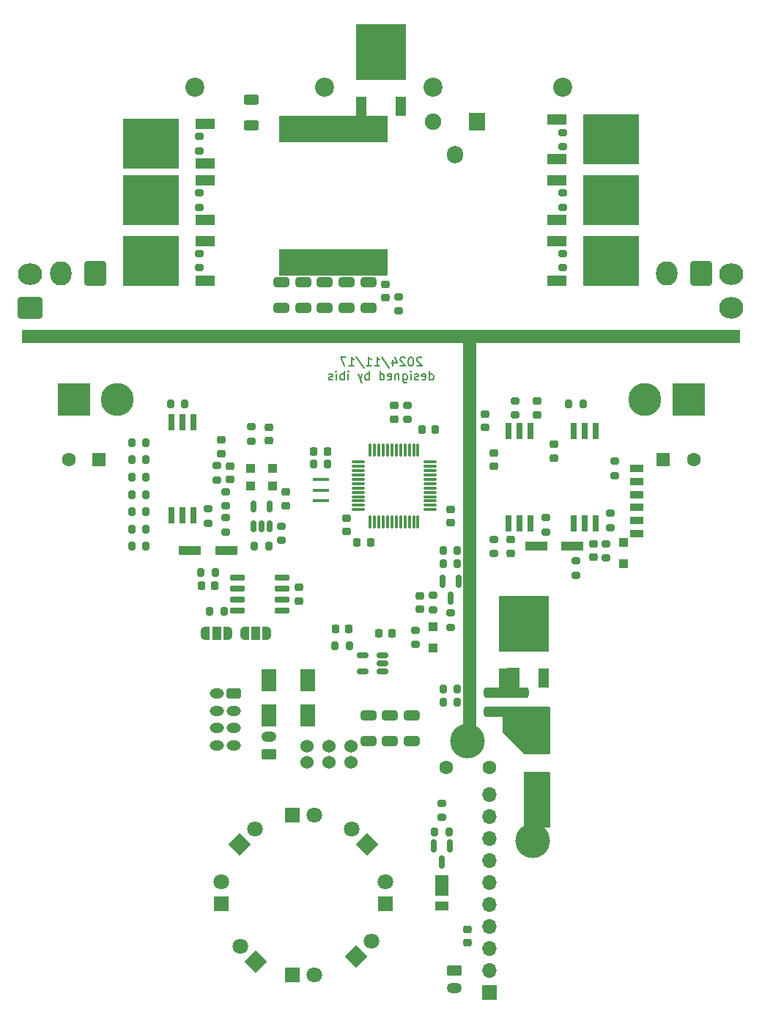
<source format=gbr>
%TF.GenerationSoftware,KiCad,Pcbnew,8.0.6*%
%TF.CreationDate,2024-11-17T22:54:01+09:00*%
%TF.ProjectId,ORION_boost_v5,4f52494f-4e5f-4626-9f6f-73745f76352e,rev?*%
%TF.SameCoordinates,Original*%
%TF.FileFunction,Soldermask,Bot*%
%TF.FilePolarity,Negative*%
%FSLAX46Y46*%
G04 Gerber Fmt 4.6, Leading zero omitted, Abs format (unit mm)*
G04 Created by KiCad (PCBNEW 8.0.6) date 2024-11-17 22:54:01*
%MOMM*%
%LPD*%
G01*
G04 APERTURE LIST*
G04 Aperture macros list*
%AMRoundRect*
0 Rectangle with rounded corners*
0 $1 Rounding radius*
0 $2 $3 $4 $5 $6 $7 $8 $9 X,Y pos of 4 corners*
0 Add a 4 corners polygon primitive as box body*
4,1,4,$2,$3,$4,$5,$6,$7,$8,$9,$2,$3,0*
0 Add four circle primitives for the rounded corners*
1,1,$1+$1,$2,$3*
1,1,$1+$1,$4,$5*
1,1,$1+$1,$6,$7*
1,1,$1+$1,$8,$9*
0 Add four rect primitives between the rounded corners*
20,1,$1+$1,$2,$3,$4,$5,0*
20,1,$1+$1,$4,$5,$6,$7,0*
20,1,$1+$1,$6,$7,$8,$9,0*
20,1,$1+$1,$8,$9,$2,$3,0*%
%AMRotRect*
0 Rectangle, with rotation*
0 The origin of the aperture is its center*
0 $1 length*
0 $2 width*
0 $3 Rotation angle, in degrees counterclockwise*
0 Add horizontal line*
21,1,$1,$2,0,0,$3*%
%AMFreePoly0*
4,1,19,0.550000,-0.750000,0.000000,-0.750000,0.000000,-0.744911,-0.071157,-0.744911,-0.207708,-0.704816,-0.327430,-0.627875,-0.420627,-0.520320,-0.479746,-0.390866,-0.500000,-0.250000,-0.500000,0.250000,-0.479746,0.390866,-0.420627,0.520320,-0.327430,0.627875,-0.207708,0.704816,-0.071157,0.744911,0.000000,0.744911,0.000000,0.750000,0.550000,0.750000,0.550000,-0.750000,0.550000,-0.750000,
$1*%
%AMFreePoly1*
4,1,19,0.000000,0.744911,0.071157,0.744911,0.207708,0.704816,0.327430,0.627875,0.420627,0.520320,0.479746,0.390866,0.500000,0.250000,0.500000,-0.250000,0.479746,-0.390866,0.420627,-0.520320,0.327430,-0.627875,0.207708,-0.704816,0.071157,-0.744911,0.000000,-0.744911,0.000000,-0.750000,-0.550000,-0.750000,-0.550000,0.750000,0.000000,0.750000,0.000000,0.744911,0.000000,0.744911,
$1*%
G04 Aperture macros list end*
%ADD10C,0.150000*%
%ADD11O,2.800000X2.460000*%
%ADD12R,3.800000X3.800000*%
%ADD13C,3.800000*%
%ADD14RoundRect,0.250000X0.625000X-0.350000X0.625000X0.350000X-0.625000X0.350000X-0.625000X-0.350000X0*%
%ADD15O,1.750000X1.200000*%
%ADD16C,1.524000*%
%ADD17C,1.600000*%
%ADD18RoundRect,0.250000X-0.575000X0.350000X-0.575000X-0.350000X0.575000X-0.350000X0.575000X0.350000X0*%
%ADD19O,1.650000X1.200000*%
%ADD20R,1.700000X1.700000*%
%ADD21O,1.700000X1.700000*%
%ADD22RoundRect,0.500000X-0.500000X2.000000X-0.500000X-2.000000X0.500000X-2.000000X0.500000X2.000000X0*%
%ADD23RoundRect,0.250000X1.150000X-0.980000X1.150000X0.980000X-1.150000X0.980000X-1.150000X-0.980000X0*%
%ADD24C,4.000000*%
%ADD25RoundRect,0.225000X0.575000X-0.225000X0.575000X0.225000X-0.575000X0.225000X-0.575000X-0.225000X0*%
%ADD26R,1.600000X1.600000*%
%ADD27RoundRect,0.200000X-0.200000X-0.275000X0.200000X-0.275000X0.200000X0.275000X-0.200000X0.275000X0*%
%ADD28R,1.000000X1.000000*%
%ADD29RoundRect,0.250000X-0.625000X0.312500X-0.625000X-0.312500X0.625000X-0.312500X0.625000X0.312500X0*%
%ADD30R,2.580000X1.000000*%
%ADD31R,2.200000X1.200000*%
%ADD32R,6.400000X5.800000*%
%ADD33R,1.200000X1.200000*%
%ADD34R,1.000000X1.200000*%
%ADD35FreePoly0,0.000000*%
%ADD36R,1.000000X1.500000*%
%ADD37FreePoly1,0.000000*%
%ADD38RoundRect,0.200000X0.200000X0.275000X-0.200000X0.275000X-0.200000X-0.275000X0.200000X-0.275000X0*%
%ADD39RoundRect,0.225000X-0.225000X-0.250000X0.225000X-0.250000X0.225000X0.250000X-0.225000X0.250000X0*%
%ADD40RoundRect,0.200000X0.275000X-0.200000X0.275000X0.200000X-0.275000X0.200000X-0.275000X-0.200000X0*%
%ADD41RoundRect,0.150000X0.150000X-0.512500X0.150000X0.512500X-0.150000X0.512500X-0.150000X-0.512500X0*%
%ADD42RoundRect,0.200000X-0.275000X0.200000X-0.275000X-0.200000X0.275000X-0.200000X0.275000X0.200000X0*%
%ADD43RoundRect,0.225000X-0.250000X0.225000X-0.250000X-0.225000X0.250000X-0.225000X0.250000X0.225000X0*%
%ADD44RoundRect,0.250000X0.980000X1.150000X-0.980000X1.150000X-0.980000X-1.150000X0.980000X-1.150000X0*%
%ADD45O,2.460000X2.800000*%
%ADD46RotRect,1.800000X1.800000X45.000000*%
%ADD47C,1.800000*%
%ADD48RoundRect,0.250000X0.650000X-0.325000X0.650000X0.325000X-0.650000X0.325000X-0.650000X-0.325000X0*%
%ADD49RotRect,1.800000X1.800000X135.000000*%
%ADD50RoundRect,0.225000X0.225000X0.250000X-0.225000X0.250000X-0.225000X-0.250000X0.225000X-0.250000X0*%
%ADD51RoundRect,0.225000X0.250000X-0.225000X0.250000X0.225000X-0.250000X0.225000X-0.250000X-0.225000X0*%
%ADD52RoundRect,0.150000X0.512500X0.150000X-0.512500X0.150000X-0.512500X-0.150000X0.512500X-0.150000X0*%
%ADD53R,1.500000X2.400000*%
%ADD54R,1.500000X1.050000*%
%ADD55RoundRect,0.250000X-0.650000X0.325000X-0.650000X-0.325000X0.650000X-0.325000X0.650000X0.325000X0*%
%ADD56R,1.900000X0.400000*%
%ADD57C,2.200000*%
%ADD58R,0.640000X1.900000*%
%ADD59RoundRect,0.150000X0.725000X0.150000X-0.725000X0.150000X-0.725000X-0.150000X0.725000X-0.150000X0*%
%ADD60R,1.800000X1.800000*%
%ADD61RoundRect,0.150000X-0.150000X0.587500X-0.150000X-0.587500X0.150000X-0.587500X0.150000X0.587500X0*%
%ADD62R,1.200000X2.200000*%
%ADD63R,5.800000X6.400000*%
%ADD64R,1.800000X2.500000*%
%ADD65RoundRect,0.250000X2.350000X-0.325000X2.350000X0.325000X-2.350000X0.325000X-2.350000X-0.325000X0*%
%ADD66RoundRect,0.075000X-0.662500X-0.075000X0.662500X-0.075000X0.662500X0.075000X-0.662500X0.075000X0*%
%ADD67RoundRect,0.075000X-0.075000X-0.662500X0.075000X-0.662500X0.075000X0.662500X-0.075000X0.662500X0*%
%ADD68R,12.500000X3.150000*%
%ADD69C,1.905000*%
%ADD70O,1.905000X2.000000*%
%ADD71R,1.905000X2.000000*%
%ADD72RoundRect,0.250000X-0.625000X0.350000X-0.625000X-0.350000X0.625000X-0.350000X0.625000X0.350000X0*%
G04 APERTURE END LIST*
D10*
X129666666Y-84245085D02*
X129619047Y-84197466D01*
X129619047Y-84197466D02*
X129523809Y-84149847D01*
X129523809Y-84149847D02*
X129285714Y-84149847D01*
X129285714Y-84149847D02*
X129190476Y-84197466D01*
X129190476Y-84197466D02*
X129142857Y-84245085D01*
X129142857Y-84245085D02*
X129095238Y-84340323D01*
X129095238Y-84340323D02*
X129095238Y-84435561D01*
X129095238Y-84435561D02*
X129142857Y-84578418D01*
X129142857Y-84578418D02*
X129714285Y-85149847D01*
X129714285Y-85149847D02*
X129095238Y-85149847D01*
X128476190Y-84149847D02*
X128380952Y-84149847D01*
X128380952Y-84149847D02*
X128285714Y-84197466D01*
X128285714Y-84197466D02*
X128238095Y-84245085D01*
X128238095Y-84245085D02*
X128190476Y-84340323D01*
X128190476Y-84340323D02*
X128142857Y-84530799D01*
X128142857Y-84530799D02*
X128142857Y-84768894D01*
X128142857Y-84768894D02*
X128190476Y-84959370D01*
X128190476Y-84959370D02*
X128238095Y-85054608D01*
X128238095Y-85054608D02*
X128285714Y-85102228D01*
X128285714Y-85102228D02*
X128380952Y-85149847D01*
X128380952Y-85149847D02*
X128476190Y-85149847D01*
X128476190Y-85149847D02*
X128571428Y-85102228D01*
X128571428Y-85102228D02*
X128619047Y-85054608D01*
X128619047Y-85054608D02*
X128666666Y-84959370D01*
X128666666Y-84959370D02*
X128714285Y-84768894D01*
X128714285Y-84768894D02*
X128714285Y-84530799D01*
X128714285Y-84530799D02*
X128666666Y-84340323D01*
X128666666Y-84340323D02*
X128619047Y-84245085D01*
X128619047Y-84245085D02*
X128571428Y-84197466D01*
X128571428Y-84197466D02*
X128476190Y-84149847D01*
X127761904Y-84245085D02*
X127714285Y-84197466D01*
X127714285Y-84197466D02*
X127619047Y-84149847D01*
X127619047Y-84149847D02*
X127380952Y-84149847D01*
X127380952Y-84149847D02*
X127285714Y-84197466D01*
X127285714Y-84197466D02*
X127238095Y-84245085D01*
X127238095Y-84245085D02*
X127190476Y-84340323D01*
X127190476Y-84340323D02*
X127190476Y-84435561D01*
X127190476Y-84435561D02*
X127238095Y-84578418D01*
X127238095Y-84578418D02*
X127809523Y-85149847D01*
X127809523Y-85149847D02*
X127190476Y-85149847D01*
X126333333Y-84483180D02*
X126333333Y-85149847D01*
X126571428Y-84102228D02*
X126809523Y-84816513D01*
X126809523Y-84816513D02*
X126190476Y-84816513D01*
X125095238Y-84102228D02*
X125952380Y-85387942D01*
X124238095Y-85149847D02*
X124809523Y-85149847D01*
X124523809Y-85149847D02*
X124523809Y-84149847D01*
X124523809Y-84149847D02*
X124619047Y-84292704D01*
X124619047Y-84292704D02*
X124714285Y-84387942D01*
X124714285Y-84387942D02*
X124809523Y-84435561D01*
X123285714Y-85149847D02*
X123857142Y-85149847D01*
X123571428Y-85149847D02*
X123571428Y-84149847D01*
X123571428Y-84149847D02*
X123666666Y-84292704D01*
X123666666Y-84292704D02*
X123761904Y-84387942D01*
X123761904Y-84387942D02*
X123857142Y-84435561D01*
X122142857Y-84102228D02*
X122999999Y-85387942D01*
X121285714Y-85149847D02*
X121857142Y-85149847D01*
X121571428Y-85149847D02*
X121571428Y-84149847D01*
X121571428Y-84149847D02*
X121666666Y-84292704D01*
X121666666Y-84292704D02*
X121761904Y-84387942D01*
X121761904Y-84387942D02*
X121857142Y-84435561D01*
X120952380Y-84149847D02*
X120285714Y-84149847D01*
X120285714Y-84149847D02*
X120714285Y-85149847D01*
X130571428Y-86759791D02*
X130571428Y-85759791D01*
X130571428Y-86712172D02*
X130666666Y-86759791D01*
X130666666Y-86759791D02*
X130857142Y-86759791D01*
X130857142Y-86759791D02*
X130952380Y-86712172D01*
X130952380Y-86712172D02*
X130999999Y-86664552D01*
X130999999Y-86664552D02*
X131047618Y-86569314D01*
X131047618Y-86569314D02*
X131047618Y-86283600D01*
X131047618Y-86283600D02*
X130999999Y-86188362D01*
X130999999Y-86188362D02*
X130952380Y-86140743D01*
X130952380Y-86140743D02*
X130857142Y-86093124D01*
X130857142Y-86093124D02*
X130666666Y-86093124D01*
X130666666Y-86093124D02*
X130571428Y-86140743D01*
X129714285Y-86712172D02*
X129809523Y-86759791D01*
X129809523Y-86759791D02*
X129999999Y-86759791D01*
X129999999Y-86759791D02*
X130095237Y-86712172D01*
X130095237Y-86712172D02*
X130142856Y-86616933D01*
X130142856Y-86616933D02*
X130142856Y-86235981D01*
X130142856Y-86235981D02*
X130095237Y-86140743D01*
X130095237Y-86140743D02*
X129999999Y-86093124D01*
X129999999Y-86093124D02*
X129809523Y-86093124D01*
X129809523Y-86093124D02*
X129714285Y-86140743D01*
X129714285Y-86140743D02*
X129666666Y-86235981D01*
X129666666Y-86235981D02*
X129666666Y-86331219D01*
X129666666Y-86331219D02*
X130142856Y-86426457D01*
X129285713Y-86712172D02*
X129190475Y-86759791D01*
X129190475Y-86759791D02*
X128999999Y-86759791D01*
X128999999Y-86759791D02*
X128904761Y-86712172D01*
X128904761Y-86712172D02*
X128857142Y-86616933D01*
X128857142Y-86616933D02*
X128857142Y-86569314D01*
X128857142Y-86569314D02*
X128904761Y-86474076D01*
X128904761Y-86474076D02*
X128999999Y-86426457D01*
X128999999Y-86426457D02*
X129142856Y-86426457D01*
X129142856Y-86426457D02*
X129238094Y-86378838D01*
X129238094Y-86378838D02*
X129285713Y-86283600D01*
X129285713Y-86283600D02*
X129285713Y-86235981D01*
X129285713Y-86235981D02*
X129238094Y-86140743D01*
X129238094Y-86140743D02*
X129142856Y-86093124D01*
X129142856Y-86093124D02*
X128999999Y-86093124D01*
X128999999Y-86093124D02*
X128904761Y-86140743D01*
X128428570Y-86759791D02*
X128428570Y-86093124D01*
X128428570Y-85759791D02*
X128476189Y-85807410D01*
X128476189Y-85807410D02*
X128428570Y-85855029D01*
X128428570Y-85855029D02*
X128380951Y-85807410D01*
X128380951Y-85807410D02*
X128428570Y-85759791D01*
X128428570Y-85759791D02*
X128428570Y-85855029D01*
X127523809Y-86093124D02*
X127523809Y-86902648D01*
X127523809Y-86902648D02*
X127571428Y-86997886D01*
X127571428Y-86997886D02*
X127619047Y-87045505D01*
X127619047Y-87045505D02*
X127714285Y-87093124D01*
X127714285Y-87093124D02*
X127857142Y-87093124D01*
X127857142Y-87093124D02*
X127952380Y-87045505D01*
X127523809Y-86712172D02*
X127619047Y-86759791D01*
X127619047Y-86759791D02*
X127809523Y-86759791D01*
X127809523Y-86759791D02*
X127904761Y-86712172D01*
X127904761Y-86712172D02*
X127952380Y-86664552D01*
X127952380Y-86664552D02*
X127999999Y-86569314D01*
X127999999Y-86569314D02*
X127999999Y-86283600D01*
X127999999Y-86283600D02*
X127952380Y-86188362D01*
X127952380Y-86188362D02*
X127904761Y-86140743D01*
X127904761Y-86140743D02*
X127809523Y-86093124D01*
X127809523Y-86093124D02*
X127619047Y-86093124D01*
X127619047Y-86093124D02*
X127523809Y-86140743D01*
X127047618Y-86093124D02*
X127047618Y-86759791D01*
X127047618Y-86188362D02*
X126999999Y-86140743D01*
X126999999Y-86140743D02*
X126904761Y-86093124D01*
X126904761Y-86093124D02*
X126761904Y-86093124D01*
X126761904Y-86093124D02*
X126666666Y-86140743D01*
X126666666Y-86140743D02*
X126619047Y-86235981D01*
X126619047Y-86235981D02*
X126619047Y-86759791D01*
X125761904Y-86712172D02*
X125857142Y-86759791D01*
X125857142Y-86759791D02*
X126047618Y-86759791D01*
X126047618Y-86759791D02*
X126142856Y-86712172D01*
X126142856Y-86712172D02*
X126190475Y-86616933D01*
X126190475Y-86616933D02*
X126190475Y-86235981D01*
X126190475Y-86235981D02*
X126142856Y-86140743D01*
X126142856Y-86140743D02*
X126047618Y-86093124D01*
X126047618Y-86093124D02*
X125857142Y-86093124D01*
X125857142Y-86093124D02*
X125761904Y-86140743D01*
X125761904Y-86140743D02*
X125714285Y-86235981D01*
X125714285Y-86235981D02*
X125714285Y-86331219D01*
X125714285Y-86331219D02*
X126190475Y-86426457D01*
X124857142Y-86759791D02*
X124857142Y-85759791D01*
X124857142Y-86712172D02*
X124952380Y-86759791D01*
X124952380Y-86759791D02*
X125142856Y-86759791D01*
X125142856Y-86759791D02*
X125238094Y-86712172D01*
X125238094Y-86712172D02*
X125285713Y-86664552D01*
X125285713Y-86664552D02*
X125333332Y-86569314D01*
X125333332Y-86569314D02*
X125333332Y-86283600D01*
X125333332Y-86283600D02*
X125285713Y-86188362D01*
X125285713Y-86188362D02*
X125238094Y-86140743D01*
X125238094Y-86140743D02*
X125142856Y-86093124D01*
X125142856Y-86093124D02*
X124952380Y-86093124D01*
X124952380Y-86093124D02*
X124857142Y-86140743D01*
X123619046Y-86759791D02*
X123619046Y-85759791D01*
X123619046Y-86140743D02*
X123523808Y-86093124D01*
X123523808Y-86093124D02*
X123333332Y-86093124D01*
X123333332Y-86093124D02*
X123238094Y-86140743D01*
X123238094Y-86140743D02*
X123190475Y-86188362D01*
X123190475Y-86188362D02*
X123142856Y-86283600D01*
X123142856Y-86283600D02*
X123142856Y-86569314D01*
X123142856Y-86569314D02*
X123190475Y-86664552D01*
X123190475Y-86664552D02*
X123238094Y-86712172D01*
X123238094Y-86712172D02*
X123333332Y-86759791D01*
X123333332Y-86759791D02*
X123523808Y-86759791D01*
X123523808Y-86759791D02*
X123619046Y-86712172D01*
X122809522Y-86093124D02*
X122571427Y-86759791D01*
X122333332Y-86093124D02*
X122571427Y-86759791D01*
X122571427Y-86759791D02*
X122666665Y-86997886D01*
X122666665Y-86997886D02*
X122714284Y-87045505D01*
X122714284Y-87045505D02*
X122809522Y-87093124D01*
X121190474Y-86759791D02*
X121190474Y-86093124D01*
X121190474Y-85759791D02*
X121238093Y-85807410D01*
X121238093Y-85807410D02*
X121190474Y-85855029D01*
X121190474Y-85855029D02*
X121142855Y-85807410D01*
X121142855Y-85807410D02*
X121190474Y-85759791D01*
X121190474Y-85759791D02*
X121190474Y-85855029D01*
X120714284Y-86759791D02*
X120714284Y-85759791D01*
X120714284Y-86140743D02*
X120619046Y-86093124D01*
X120619046Y-86093124D02*
X120428570Y-86093124D01*
X120428570Y-86093124D02*
X120333332Y-86140743D01*
X120333332Y-86140743D02*
X120285713Y-86188362D01*
X120285713Y-86188362D02*
X120238094Y-86283600D01*
X120238094Y-86283600D02*
X120238094Y-86569314D01*
X120238094Y-86569314D02*
X120285713Y-86664552D01*
X120285713Y-86664552D02*
X120333332Y-86712172D01*
X120333332Y-86712172D02*
X120428570Y-86759791D01*
X120428570Y-86759791D02*
X120619046Y-86759791D01*
X120619046Y-86759791D02*
X120714284Y-86712172D01*
X119809522Y-86759791D02*
X119809522Y-86093124D01*
X119809522Y-85759791D02*
X119857141Y-85807410D01*
X119857141Y-85807410D02*
X119809522Y-85855029D01*
X119809522Y-85855029D02*
X119761903Y-85807410D01*
X119761903Y-85807410D02*
X119809522Y-85759791D01*
X119809522Y-85759791D02*
X119809522Y-85855029D01*
X119380951Y-86712172D02*
X119285713Y-86759791D01*
X119285713Y-86759791D02*
X119095237Y-86759791D01*
X119095237Y-86759791D02*
X118999999Y-86712172D01*
X118999999Y-86712172D02*
X118952380Y-86616933D01*
X118952380Y-86616933D02*
X118952380Y-86569314D01*
X118952380Y-86569314D02*
X118999999Y-86474076D01*
X118999999Y-86474076D02*
X119095237Y-86426457D01*
X119095237Y-86426457D02*
X119238094Y-86426457D01*
X119238094Y-86426457D02*
X119333332Y-86378838D01*
X119333332Y-86378838D02*
X119380951Y-86283600D01*
X119380951Y-86283600D02*
X119380951Y-86235981D01*
X119380951Y-86235981D02*
X119333332Y-86140743D01*
X119333332Y-86140743D02*
X119238094Y-86093124D01*
X119238094Y-86093124D02*
X119095237Y-86093124D01*
X119095237Y-86093124D02*
X118999999Y-86140743D01*
D11*
%TO.C,P5*%
X165450000Y-78480000D03*
X165450000Y-74520000D03*
%TD*%
D12*
%TO.C,P6*%
X89500000Y-89000000D03*
D13*
X94500000Y-89000000D03*
%TD*%
D14*
%TO.C,J7*%
X112000000Y-130000000D03*
D15*
X112000000Y-128000000D03*
%TD*%
D16*
%TO.C,J4*%
X121540000Y-130951000D03*
X119000000Y-130951000D03*
X116460000Y-130951000D03*
%TD*%
D17*
%TO.C,F2*%
X132500000Y-131500000D03*
X137500000Y-131500000D03*
%TD*%
D18*
%TO.C,J1*%
X108000000Y-123000000D03*
D19*
X106000000Y-123000000D03*
X108000000Y-125000000D03*
X106000000Y-125000000D03*
X108000000Y-127000000D03*
X106000000Y-127000000D03*
X108000000Y-129000000D03*
X106000000Y-129000000D03*
%TD*%
D20*
%TO.C,J2*%
X137500000Y-157500000D03*
D21*
X137500000Y-154960000D03*
X137500000Y-152420000D03*
X137500000Y-149880000D03*
X137500000Y-147340000D03*
X137500000Y-144800000D03*
X137500000Y-142260000D03*
X137500000Y-139720000D03*
X137500000Y-137180000D03*
X137500000Y-134640000D03*
%TD*%
D22*
%TO.C,F1*%
X142500000Y-127250000D03*
X142500000Y-134750000D03*
%TD*%
D23*
%TO.C,P4*%
X84450000Y-78480000D03*
D11*
X84450000Y-74520000D03*
%TD*%
D16*
%TO.C,J3*%
X116460000Y-129049000D03*
X119000000Y-129049000D03*
X121540000Y-129049000D03*
%TD*%
D12*
%TO.C,P7*%
X160500000Y-89000000D03*
D13*
X155500000Y-89000000D03*
%TD*%
D24*
%TO.C,J5*%
X142500000Y-140000000D03*
%TD*%
D25*
%TO.C,P1*%
X154500000Y-104500000D03*
X154500000Y-103000000D03*
X154500000Y-101500000D03*
X154500000Y-100000000D03*
X154500000Y-98500000D03*
X154500000Y-97000000D03*
%TD*%
D24*
%TO.C,J6*%
X135000000Y-128500000D03*
%TD*%
D26*
%TO.C,C20*%
X92402651Y-96000000D03*
D17*
X88902651Y-96000000D03*
%TD*%
D27*
%TO.C,R10*%
X104175000Y-109000000D03*
X105825000Y-109000000D03*
%TD*%
D28*
%TO.C,D17*%
X131000000Y-117750000D03*
X131000000Y-115250000D03*
%TD*%
D29*
%TO.C,R37*%
X110000000Y-54437500D03*
X110000000Y-57362500D03*
%TD*%
D30*
%TO.C,J9*%
X107085000Y-106500000D03*
X102915000Y-106500000D03*
%TD*%
D31*
%TO.C,Q1*%
X104700000Y-70720000D03*
D32*
X98400000Y-73000000D03*
D33*
X105200000Y-75280000D03*
D34*
X104106800Y-75280000D03*
%TD*%
D27*
%TO.C,R36*%
X132175000Y-124000000D03*
X133825000Y-124000000D03*
%TD*%
D35*
%TO.C,JP2*%
X109200000Y-116000000D03*
D36*
X110500000Y-116000000D03*
D37*
X111800000Y-116000000D03*
%TD*%
D38*
%TO.C,R3*%
X97825000Y-104000000D03*
X96175000Y-104000000D03*
%TD*%
D39*
%TO.C,C1*%
X117225000Y-95000000D03*
X118775000Y-95000000D03*
%TD*%
D26*
%TO.C,C33*%
X157597349Y-96000000D03*
D17*
X161097349Y-96000000D03*
%TD*%
D40*
%TO.C,R9*%
X138000000Y-106825000D03*
X138000000Y-105175000D03*
%TD*%
%TO.C,R12*%
X104977500Y-103325000D03*
X104977500Y-101675000D03*
%TD*%
D41*
%TO.C,GD1*%
X112125000Y-103637500D03*
X111175000Y-103637500D03*
X110225000Y-103637500D03*
X110225000Y-101362500D03*
X112125000Y-101362500D03*
%TD*%
D42*
%TO.C,R19*%
X107000000Y-99675000D03*
X107000000Y-101325000D03*
%TD*%
D38*
%TO.C,R4*%
X97825000Y-102000000D03*
X96175000Y-102000000D03*
%TD*%
%TO.C,R23*%
X112000000Y-106000000D03*
X110350000Y-106000000D03*
%TD*%
D43*
%TO.C,C6*%
X133000000Y-101725000D03*
X133000000Y-103275000D03*
%TD*%
D44*
%TO.C,P2*%
X91980000Y-74450000D03*
D45*
X88020000Y-74450000D03*
%TD*%
D46*
%TO.C,D8*%
X108598439Y-140401561D03*
D47*
X110394490Y-138605510D03*
%TD*%
D48*
%TO.C,C15*%
X123500000Y-128475000D03*
X123500000Y-125525000D03*
%TD*%
D40*
%TO.C,R14*%
X147500000Y-109325000D03*
X147500000Y-107675000D03*
%TD*%
D49*
%TO.C,D11*%
X123401561Y-140401561D03*
D47*
X121605510Y-138605510D03*
%TD*%
D43*
%TO.C,C7*%
X140000000Y-105225000D03*
X140000000Y-106775000D03*
%TD*%
D50*
%TO.C,C11*%
X126275000Y-116000000D03*
X124725000Y-116000000D03*
%TD*%
D31*
%TO.C,Q9*%
X145300000Y-61280000D03*
D32*
X151600000Y-59000000D03*
D31*
X145300000Y-56720000D03*
%TD*%
D42*
%TO.C,R11*%
X128000000Y-89675000D03*
X128000000Y-91325000D03*
%TD*%
D39*
%TO.C,C3*%
X129725000Y-92500000D03*
X131275000Y-92500000D03*
%TD*%
D27*
%TO.C,R28*%
X132175000Y-106500000D03*
X133825000Y-106500000D03*
%TD*%
D38*
%TO.C,R45*%
X118825000Y-96500000D03*
X117175000Y-96500000D03*
%TD*%
D42*
%TO.C,R39*%
X104000000Y-65175000D03*
X104000000Y-66825000D03*
%TD*%
%TO.C,R32*%
X133000000Y-113675000D03*
X133000000Y-115325000D03*
%TD*%
D51*
%TO.C,C32*%
X125500000Y-77275000D03*
X125500000Y-75725000D03*
%TD*%
D52*
%TO.C,U3*%
X125137500Y-118550000D03*
X125137500Y-119500000D03*
X125137500Y-120450000D03*
X122862500Y-120450000D03*
X122862500Y-118550000D03*
%TD*%
D53*
%TO.C,D6*%
X132000000Y-145150000D03*
D54*
X132000000Y-147525000D03*
%TD*%
D38*
%TO.C,R5*%
X97825000Y-100000000D03*
X96175000Y-100000000D03*
%TD*%
D42*
%TO.C,R30*%
X129000000Y-115675000D03*
X129000000Y-117325000D03*
%TD*%
%TO.C,R29*%
X146000000Y-72175000D03*
X146000000Y-73825000D03*
%TD*%
%TO.C,R25*%
X140500000Y-89175000D03*
X140500000Y-90825000D03*
%TD*%
D50*
%TO.C,C9*%
X105775000Y-110500000D03*
X104225000Y-110500000D03*
%TD*%
D55*
%TO.C,C25*%
X118500000Y-75525000D03*
X118500000Y-78475000D03*
%TD*%
D31*
%TO.C,Q6*%
X104700000Y-57220000D03*
D32*
X98400000Y-59500000D03*
D31*
X104700000Y-61780000D03*
%TD*%
D51*
%TO.C,C4*%
X121000000Y-104275000D03*
X121000000Y-102725000D03*
%TD*%
D31*
%TO.C,Q8*%
X104700000Y-63720000D03*
D32*
X98400000Y-66000000D03*
D31*
X104700000Y-68280000D03*
%TD*%
D51*
%TO.C,C13*%
X106500000Y-95275000D03*
X106500000Y-93725000D03*
%TD*%
D38*
%TO.C,R44*%
X97825000Y-94000000D03*
X96175000Y-94000000D03*
%TD*%
D56*
%TO.C,X1*%
X118000000Y-98300000D03*
X118000000Y-99500000D03*
X118000000Y-100700000D03*
%TD*%
D40*
%TO.C,R41*%
X132000000Y-137325000D03*
X132000000Y-135675000D03*
%TD*%
D57*
%TO.C,C27*%
X146000000Y-53000000D03*
X131000000Y-53000000D03*
%TD*%
D58*
%TO.C,PC2*%
X149770000Y-103370000D03*
X148500000Y-103370000D03*
X147230000Y-103370000D03*
X147230000Y-92630000D03*
X148500000Y-92630000D03*
X149770000Y-92630000D03*
%TD*%
D27*
%TO.C,R22*%
X146675000Y-89500000D03*
X148325000Y-89500000D03*
%TD*%
D51*
%TO.C,C21*%
X143000000Y-90775000D03*
X143000000Y-89225000D03*
%TD*%
%TO.C,C22*%
X137000000Y-92275000D03*
X137000000Y-90725000D03*
%TD*%
%TO.C,C10*%
X126500000Y-91275000D03*
X126500000Y-89725000D03*
%TD*%
D42*
%TO.C,R18*%
X107000000Y-102675000D03*
X107000000Y-104325000D03*
%TD*%
D59*
%TO.C,U2*%
X113575000Y-109595000D03*
X113575000Y-110865000D03*
X113575000Y-112135000D03*
X113575000Y-113405000D03*
X108425000Y-113405000D03*
X108425000Y-112135000D03*
X108425000Y-110865000D03*
X108425000Y-109595000D03*
%TD*%
D60*
%TO.C,D9*%
X106500000Y-147275000D03*
D47*
X106500000Y-144735000D03*
%TD*%
D51*
%TO.C,C8*%
X135000000Y-151775000D03*
X135000000Y-150225000D03*
%TD*%
D42*
%TO.C,R38*%
X110000000Y-92175000D03*
X110000000Y-93825000D03*
%TD*%
D61*
%TO.C,Q3*%
X132050000Y-110062500D03*
X133950000Y-110062500D03*
X133000000Y-111937500D03*
%TD*%
D62*
%TO.C,Q4*%
X143780000Y-121200000D03*
D63*
X141500000Y-114900000D03*
D62*
X139220000Y-121200000D03*
%TD*%
D43*
%TO.C,C19*%
X138000000Y-95225000D03*
X138000000Y-96775000D03*
%TD*%
D42*
%TO.C,R40*%
X146000000Y-58175000D03*
X146000000Y-59825000D03*
%TD*%
D64*
%TO.C,D16*%
X112000000Y-121500000D03*
X112000000Y-125500000D03*
%TD*%
D28*
%TO.C,D24*%
X112425000Y-97000000D03*
X109925000Y-97000000D03*
%TD*%
D38*
%TO.C,R8*%
X106825000Y-113500000D03*
X105175000Y-113500000D03*
%TD*%
D40*
%TO.C,R1*%
X152000000Y-97825000D03*
X152000000Y-96175000D03*
%TD*%
D43*
%TO.C,C14*%
X145000000Y-94225000D03*
X145000000Y-95775000D03*
%TD*%
D48*
%TO.C,C17*%
X126000000Y-128475000D03*
X126000000Y-125525000D03*
%TD*%
D65*
%TO.C,R26*%
X139500000Y-125125000D03*
X139500000Y-122875000D03*
%TD*%
D38*
%TO.C,R2*%
X97825000Y-106000000D03*
X96175000Y-106000000D03*
%TD*%
D60*
%TO.C,D14*%
X114725000Y-155500000D03*
D47*
X117265000Y-155500000D03*
%TD*%
D64*
%TO.C,D27*%
X116500000Y-121500000D03*
X116500000Y-125500000D03*
%TD*%
D55*
%TO.C,C24*%
X121000000Y-75525000D03*
X121000000Y-78475000D03*
%TD*%
D27*
%TO.C,R21*%
X100675000Y-89500000D03*
X102325000Y-89500000D03*
%TD*%
D58*
%TO.C,PC1*%
X103270000Y-102370000D03*
X102000000Y-102370000D03*
X100730000Y-102370000D03*
X100730000Y-91630000D03*
X102000000Y-91630000D03*
X103270000Y-91630000D03*
%TD*%
D40*
%TO.C,TH1*%
X127000000Y-78825000D03*
X127000000Y-77175000D03*
%TD*%
D55*
%TO.C,C26*%
X116000000Y-75525000D03*
X116000000Y-78475000D03*
%TD*%
D49*
%TO.C,D10*%
X110500000Y-154000000D03*
D47*
X108703949Y-152203949D03*
%TD*%
D66*
%TO.C,U1*%
X122337500Y-101750000D03*
X122337500Y-101250000D03*
X122337500Y-100750000D03*
X122337500Y-100250000D03*
X122337500Y-99750000D03*
X122337500Y-99250000D03*
X122337500Y-98750000D03*
X122337500Y-98250000D03*
X122337500Y-97750000D03*
X122337500Y-97250000D03*
X122337500Y-96750000D03*
X122337500Y-96250000D03*
D67*
X123750000Y-94837500D03*
X124250000Y-94837500D03*
X124750000Y-94837500D03*
X125250000Y-94837500D03*
X125750000Y-94837500D03*
X126250000Y-94837500D03*
X126750000Y-94837500D03*
X127250000Y-94837500D03*
X127750000Y-94837500D03*
X128250000Y-94837500D03*
X128750000Y-94837500D03*
X129250000Y-94837500D03*
D66*
X130662500Y-96250000D03*
X130662500Y-96750000D03*
X130662500Y-97250000D03*
X130662500Y-97750000D03*
X130662500Y-98250000D03*
X130662500Y-98750000D03*
X130662500Y-99250000D03*
X130662500Y-99750000D03*
X130662500Y-100250000D03*
X130662500Y-100750000D03*
X130662500Y-101250000D03*
X130662500Y-101750000D03*
D67*
X129250000Y-103162500D03*
X128750000Y-103162500D03*
X128250000Y-103162500D03*
X127750000Y-103162500D03*
X127250000Y-103162500D03*
X126750000Y-103162500D03*
X126250000Y-103162500D03*
X125750000Y-103162500D03*
X125250000Y-103162500D03*
X124750000Y-103162500D03*
X124250000Y-103162500D03*
X123750000Y-103162500D03*
%TD*%
D42*
%TO.C,R20*%
X106000000Y-96675000D03*
X106000000Y-98325000D03*
%TD*%
D68*
%TO.C,L1*%
X119500000Y-73175000D03*
X119500000Y-57825000D03*
%TD*%
D43*
%TO.C,C2*%
X115500000Y-110725000D03*
X115500000Y-112275000D03*
%TD*%
D27*
%TO.C,R35*%
X132175000Y-122500000D03*
X133825000Y-122500000D03*
%TD*%
D42*
%TO.C,R43*%
X131000000Y-111675000D03*
X131000000Y-113325000D03*
%TD*%
D69*
%TO.C,Q5*%
X130960000Y-56907500D03*
D70*
X133500000Y-60717500D03*
D71*
X136040000Y-56907500D03*
%TD*%
D43*
%TO.C,C12*%
X149500000Y-105725000D03*
X149500000Y-107275000D03*
%TD*%
D55*
%TO.C,C18*%
X113500000Y-75525000D03*
X113500000Y-78475000D03*
%TD*%
D60*
%TO.C,D12*%
X125500000Y-147275000D03*
D47*
X125500000Y-144735000D03*
%TD*%
D44*
%TO.C,P3*%
X161980000Y-74450000D03*
D45*
X158020000Y-74450000D03*
%TD*%
D48*
%TO.C,C16*%
X128500000Y-128475000D03*
X128500000Y-125525000D03*
%TD*%
D46*
%TO.C,D13*%
X122098439Y-153401561D03*
D47*
X123894490Y-151605510D03*
%TD*%
D42*
%TO.C,R24*%
X113500000Y-103675000D03*
X113500000Y-105325000D03*
%TD*%
%TO.C,R27*%
X104000000Y-72175000D03*
X104000000Y-73825000D03*
%TD*%
D51*
%TO.C,C31*%
X107500000Y-98275000D03*
X107500000Y-96725000D03*
%TD*%
%TO.C,C29*%
X112000000Y-93775000D03*
X112000000Y-92225000D03*
%TD*%
D58*
%TO.C,PC3*%
X142270000Y-103370000D03*
X141000000Y-103370000D03*
X139730000Y-103370000D03*
X139730000Y-92630000D03*
X141000000Y-92630000D03*
X142270000Y-92630000D03*
%TD*%
D60*
%TO.C,D7*%
X114725000Y-137000000D03*
D47*
X117265000Y-137000000D03*
%TD*%
D43*
%TO.C,C34*%
X129500000Y-111725000D03*
X129500000Y-113275000D03*
%TD*%
D42*
%TO.C,R33*%
X104000000Y-58675000D03*
X104000000Y-60325000D03*
%TD*%
D55*
%TO.C,C23*%
X123500000Y-75525000D03*
X123500000Y-78475000D03*
%TD*%
D57*
%TO.C,C28*%
X103500000Y-53000000D03*
X118500000Y-53000000D03*
%TD*%
D61*
%TO.C,Q10*%
X131050000Y-140562500D03*
X132950000Y-140562500D03*
X132000000Y-142437500D03*
%TD*%
D40*
%TO.C,R16*%
X144000000Y-104325000D03*
X144000000Y-102675000D03*
%TD*%
D50*
%TO.C,C5*%
X123775000Y-105500000D03*
X122225000Y-105500000D03*
%TD*%
D39*
%TO.C,C35*%
X119725000Y-115500000D03*
X121275000Y-115500000D03*
%TD*%
D72*
%TO.C,J12*%
X133450000Y-155000000D03*
D15*
X133450000Y-157000000D03*
%TD*%
D35*
%TO.C,JP1*%
X104700000Y-116000000D03*
D36*
X106000000Y-116000000D03*
D37*
X107300000Y-116000000D03*
%TD*%
D31*
%TO.C,Q2*%
X145300000Y-75280000D03*
D32*
X151600000Y-73000000D03*
D33*
X144800000Y-70720000D03*
D34*
X145893200Y-70720000D03*
%TD*%
D38*
%TO.C,R42*%
X132825000Y-139000000D03*
X131175000Y-139000000D03*
%TD*%
D63*
%TO.C,D19*%
X125000000Y-48900000D03*
D62*
X122720000Y-55200000D03*
X127280000Y-55200000D03*
%TD*%
D51*
%TO.C,C30*%
X114000000Y-101275000D03*
X114000000Y-99725000D03*
%TD*%
D42*
%TO.C,R34*%
X146000000Y-65175000D03*
X146000000Y-66825000D03*
%TD*%
D38*
%TO.C,R17*%
X97825000Y-96000000D03*
X96175000Y-96000000D03*
%TD*%
D30*
%TO.C,J8*%
X147085000Y-106000000D03*
X142915000Y-106000000D03*
%TD*%
D38*
%TO.C,R31*%
X133825000Y-108000000D03*
X132175000Y-108000000D03*
%TD*%
D31*
%TO.C,Q7*%
X145300000Y-68280000D03*
D32*
X151600000Y-66000000D03*
D31*
X145300000Y-63720000D03*
%TD*%
D28*
%TO.C,D15*%
X153000000Y-108037500D03*
X153000000Y-105537500D03*
%TD*%
D40*
%TO.C,R15*%
X151000000Y-107325000D03*
X151000000Y-105675000D03*
%TD*%
%TO.C,R13*%
X151500000Y-103825000D03*
X151500000Y-102175000D03*
%TD*%
D27*
%TO.C,R7*%
X119675000Y-117500000D03*
X121325000Y-117500000D03*
%TD*%
D28*
%TO.C,D23*%
X109925000Y-99000000D03*
X112425000Y-99000000D03*
%TD*%
D38*
%TO.C,R6*%
X97825000Y-98000000D03*
X96175000Y-98000000D03*
%TD*%
G36*
X144442121Y-132020002D02*
G01*
X144488614Y-132073658D01*
X144500000Y-132126000D01*
X144500000Y-138374000D01*
X144479998Y-138442121D01*
X144426342Y-138488614D01*
X144374000Y-138500000D01*
X141626000Y-138500000D01*
X141557879Y-138479998D01*
X141511386Y-138426342D01*
X141500000Y-138374000D01*
X141500000Y-132126000D01*
X141520002Y-132057879D01*
X141573658Y-132011386D01*
X141626000Y-132000000D01*
X144374000Y-132000000D01*
X144442121Y-132020002D01*
G37*
G36*
X166442121Y-81020002D02*
G01*
X166488614Y-81073658D01*
X166500000Y-81126000D01*
X166500000Y-82374000D01*
X166479998Y-82442121D01*
X166426342Y-82488614D01*
X166374000Y-82500000D01*
X136000000Y-82500000D01*
X136000000Y-128874000D01*
X135979998Y-128942121D01*
X135926342Y-128988614D01*
X135874000Y-129000000D01*
X134626000Y-129000000D01*
X134557879Y-128979998D01*
X134511386Y-128926342D01*
X134500000Y-128874000D01*
X134500000Y-82500000D01*
X83626000Y-82500000D01*
X83557879Y-82479998D01*
X83511386Y-82426342D01*
X83500000Y-82374000D01*
X83500000Y-81126000D01*
X83520002Y-81057879D01*
X83573658Y-81011386D01*
X83626000Y-81000000D01*
X166374000Y-81000000D01*
X166442121Y-81020002D01*
G37*
G36*
X140942121Y-120020002D02*
G01*
X140988614Y-120073658D01*
X141000000Y-120126000D01*
X141000000Y-122874000D01*
X140979998Y-122942121D01*
X140926342Y-122988614D01*
X140874000Y-123000000D01*
X139626000Y-123000000D01*
X139557879Y-122979998D01*
X139511386Y-122926342D01*
X139500000Y-122874000D01*
X139500000Y-120126000D01*
X139520002Y-120057879D01*
X139573658Y-120011386D01*
X139626000Y-120000000D01*
X140874000Y-120000000D01*
X140942121Y-120020002D01*
G37*
G36*
X144442121Y-124520002D02*
G01*
X144488614Y-124573658D01*
X144500000Y-124626000D01*
X144500000Y-129874000D01*
X144479998Y-129942121D01*
X144426342Y-129988614D01*
X144374000Y-130000000D01*
X141552190Y-130000000D01*
X141484069Y-129979998D01*
X141463095Y-129963095D01*
X139036905Y-127536905D01*
X139002879Y-127474593D01*
X139000000Y-127447810D01*
X139000000Y-124626000D01*
X139020002Y-124557879D01*
X139073658Y-124511386D01*
X139126000Y-124500000D01*
X144374000Y-124500000D01*
X144442121Y-124520002D01*
G37*
M02*

</source>
